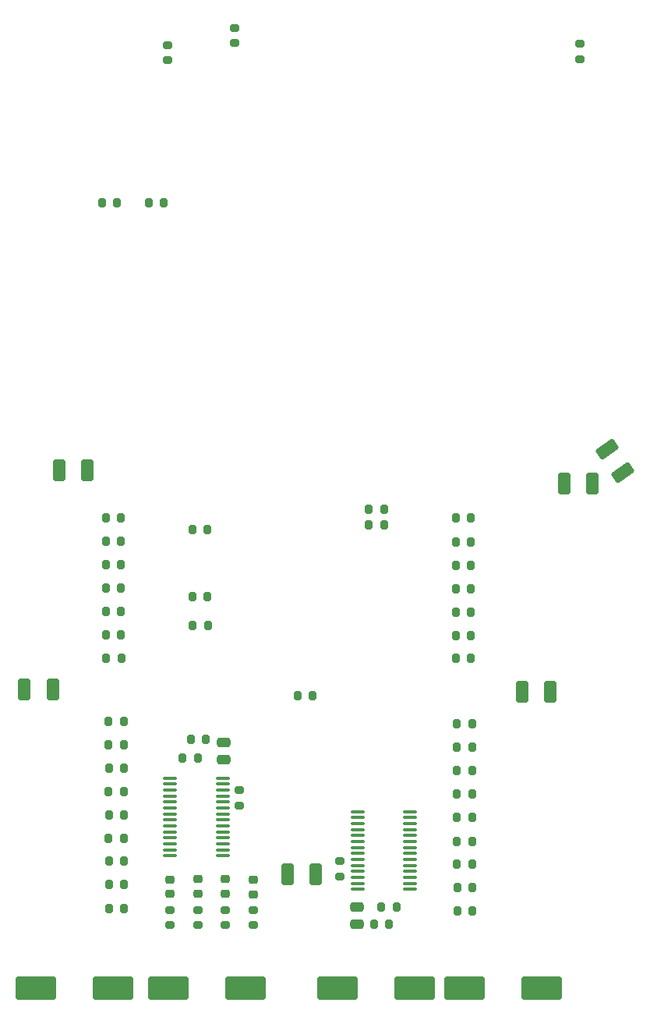
<source format=gbr>
%TF.GenerationSoftware,KiCad,Pcbnew,8.0.1*%
%TF.CreationDate,2024-08-18T09:48:25+02:00*%
%TF.ProjectId,robal_rpi_ioBoard,726f6261-6c5f-4727-9069-5f696f426f61,rev?*%
%TF.SameCoordinates,Original*%
%TF.FileFunction,Paste,Top*%
%TF.FilePolarity,Positive*%
%FSLAX46Y46*%
G04 Gerber Fmt 4.6, Leading zero omitted, Abs format (unit mm)*
G04 Created by KiCad (PCBNEW 8.0.1) date 2024-08-18 09:48:25*
%MOMM*%
%LPD*%
G01*
G04 APERTURE LIST*
G04 Aperture macros list*
%AMRoundRect*
0 Rectangle with rounded corners*
0 $1 Rounding radius*
0 $2 $3 $4 $5 $6 $7 $8 $9 X,Y pos of 4 corners*
0 Add a 4 corners polygon primitive as box body*
4,1,4,$2,$3,$4,$5,$6,$7,$8,$9,$2,$3,0*
0 Add four circle primitives for the rounded corners*
1,1,$1+$1,$2,$3*
1,1,$1+$1,$4,$5*
1,1,$1+$1,$6,$7*
1,1,$1+$1,$8,$9*
0 Add four rect primitives between the rounded corners*
20,1,$1+$1,$2,$3,$4,$5,0*
20,1,$1+$1,$4,$5,$6,$7,0*
20,1,$1+$1,$6,$7,$8,$9,0*
20,1,$1+$1,$8,$9,$2,$3,0*%
G04 Aperture macros list end*
%ADD10RoundRect,0.200000X0.200000X0.275000X-0.200000X0.275000X-0.200000X-0.275000X0.200000X-0.275000X0*%
%ADD11RoundRect,0.218750X-0.256250X0.218750X-0.256250X-0.218750X0.256250X-0.218750X0.256250X0.218750X0*%
%ADD12RoundRect,0.200000X-0.200000X-0.275000X0.200000X-0.275000X0.200000X0.275000X-0.200000X0.275000X0*%
%ADD13RoundRect,0.250000X0.412500X0.925000X-0.412500X0.925000X-0.412500X-0.925000X0.412500X-0.925000X0*%
%ADD14RoundRect,0.200000X-0.275000X0.200000X-0.275000X-0.200000X0.275000X-0.200000X0.275000X0.200000X0*%
%ADD15RoundRect,0.250000X-0.412500X-0.925000X0.412500X-0.925000X0.412500X0.925000X-0.412500X0.925000X0*%
%ADD16RoundRect,0.250000X-0.475000X0.250000X-0.475000X-0.250000X0.475000X-0.250000X0.475000X0.250000X0*%
%ADD17RoundRect,0.250000X1.950000X1.000000X-1.950000X1.000000X-1.950000X-1.000000X1.950000X-1.000000X0*%
%ADD18RoundRect,0.250000X-1.950000X-1.000000X1.950000X-1.000000X1.950000X1.000000X-1.950000X1.000000X0*%
%ADD19RoundRect,0.100000X0.637500X0.100000X-0.637500X0.100000X-0.637500X-0.100000X0.637500X-0.100000X0*%
%ADD20RoundRect,0.250000X0.475000X-0.250000X0.475000X0.250000X-0.475000X0.250000X-0.475000X-0.250000X0*%
%ADD21RoundRect,0.250000X-0.994316X-0.192658X-0.521115X-0.868458X0.994316X0.192658X0.521115X0.868458X0*%
%ADD22RoundRect,0.200000X0.275000X-0.200000X0.275000X0.200000X-0.275000X0.200000X-0.275000X-0.200000X0*%
%ADD23RoundRect,0.100000X-0.637500X-0.100000X0.637500X-0.100000X0.637500X0.100000X-0.637500X0.100000X0*%
G04 APERTURE END LIST*
D10*
%TO.C,R50*%
X48250000Y-73750000D03*
X46600000Y-73750000D03*
%TD*%
D11*
%TO.C,5V1*%
X60000000Y-147175000D03*
X60000000Y-148750000D03*
%TD*%
D12*
%TO.C,R24*%
X76924129Y-150220191D03*
X78574129Y-150220191D03*
%TD*%
%TO.C,R51*%
X75600000Y-107000000D03*
X77250000Y-107000000D03*
%TD*%
D10*
%TO.C,R14*%
X48662155Y-110466823D03*
X47012155Y-110466823D03*
%TD*%
D12*
%TO.C,R38*%
X85023592Y-120721794D03*
X86673592Y-120721794D03*
%TD*%
D10*
%TO.C,R23*%
X77769714Y-152092283D03*
X76119714Y-152092283D03*
%TD*%
D13*
%TO.C,C5*%
X45037500Y-102750000D03*
X41962500Y-102750000D03*
%TD*%
D10*
%TO.C,R15*%
X48662155Y-118086823D03*
X47012155Y-118086823D03*
%TD*%
%TO.C,R13*%
X48989539Y-147781634D03*
X47339539Y-147781634D03*
%TD*%
%TO.C,R20*%
X48662155Y-120626823D03*
X47012155Y-120626823D03*
%TD*%
%TO.C,R3*%
X57000000Y-134000000D03*
X55350000Y-134000000D03*
%TD*%
D14*
%TO.C,R28*%
X60000000Y-150500000D03*
X60000000Y-152150000D03*
%TD*%
%TO.C,R26*%
X56981717Y-150500000D03*
X56981717Y-152150000D03*
%TD*%
%TO.C,R21*%
X98500000Y-56500000D03*
X98500000Y-58150000D03*
%TD*%
D10*
%TO.C,R7*%
X48989539Y-145241634D03*
X47339539Y-145241634D03*
%TD*%
D12*
%TO.C,R39*%
X85023592Y-113101794D03*
X86673592Y-113101794D03*
%TD*%
%TO.C,R37*%
X85163592Y-132803900D03*
X86813592Y-132803900D03*
%TD*%
D10*
%TO.C,R5*%
X48947539Y-130049634D03*
X47297539Y-130049634D03*
%TD*%
D15*
%TO.C,C10*%
X96800000Y-104200000D03*
X99875000Y-104200000D03*
%TD*%
D10*
%TO.C,R12*%
X48989539Y-140209634D03*
X47339539Y-140209634D03*
%TD*%
D16*
%TO.C,C4*%
X74307123Y-150180037D03*
X74307123Y-152080037D03*
%TD*%
D17*
%TO.C,C3*%
X47800000Y-159000000D03*
X39400000Y-159000000D03*
%TD*%
D14*
%TO.C,R4*%
X54000000Y-150500000D03*
X54000000Y-152150000D03*
%TD*%
D12*
%TO.C,R32*%
X85036660Y-123220592D03*
X86686660Y-123220592D03*
%TD*%
%TO.C,R42*%
X85163592Y-130263900D03*
X86813592Y-130263900D03*
%TD*%
D10*
%TO.C,R47*%
X58075000Y-116500000D03*
X56425000Y-116500000D03*
%TD*%
%TO.C,R6*%
X48947539Y-137669634D03*
X47297539Y-137669634D03*
%TD*%
D13*
%TO.C,C2*%
X41252588Y-126566306D03*
X38177588Y-126566306D03*
%TD*%
D10*
%TO.C,R48*%
X58101411Y-119675705D03*
X56451411Y-119675705D03*
%TD*%
D12*
%TO.C,R36*%
X85163592Y-140423900D03*
X86813592Y-140423900D03*
%TD*%
D10*
%TO.C,R10*%
X48704155Y-123166823D03*
X47054155Y-123166823D03*
%TD*%
D11*
%TO.C,6V_1*%
X54000000Y-147212500D03*
X54000000Y-148787500D03*
%TD*%
D10*
%TO.C,R19*%
X48662155Y-113006823D03*
X47012155Y-113006823D03*
%TD*%
D17*
%TO.C,C11*%
X80600000Y-159000000D03*
X72200000Y-159000000D03*
%TD*%
D10*
%TO.C,R17*%
X48947539Y-142749634D03*
X47297539Y-142749634D03*
%TD*%
D18*
%TO.C,C6*%
X86000000Y-159000000D03*
X94400000Y-159000000D03*
%TD*%
D12*
%TO.C,R29*%
X85185675Y-150605891D03*
X86835675Y-150605891D03*
%TD*%
D19*
%TO.C,PCA_2*%
X80083530Y-148282528D03*
X80083530Y-147632528D03*
X80083530Y-146982528D03*
X80083530Y-146332528D03*
X80083530Y-145682528D03*
X80083530Y-145032528D03*
X80083530Y-144382528D03*
X80083530Y-143732528D03*
X80083530Y-143082528D03*
X80083530Y-142432528D03*
X80083530Y-141782528D03*
X80083530Y-141132528D03*
X80083530Y-140482528D03*
X80083530Y-139832528D03*
X74358530Y-139832528D03*
X74358530Y-140482528D03*
X74358530Y-141132528D03*
X74358530Y-141782528D03*
X74358530Y-142432528D03*
X74358530Y-143082528D03*
X74358530Y-143732528D03*
X74358530Y-144382528D03*
X74358530Y-145032528D03*
X74358530Y-145682528D03*
X74358530Y-146332528D03*
X74358530Y-146982528D03*
X74358530Y-147632528D03*
X74358530Y-148282528D03*
%TD*%
D12*
%TO.C,R31*%
X85163592Y-135343900D03*
X86813592Y-135343900D03*
%TD*%
%TO.C,R52*%
X75600000Y-108750000D03*
X77250000Y-108750000D03*
%TD*%
%TO.C,R33*%
X85023592Y-115641794D03*
X86673592Y-115641794D03*
%TD*%
D10*
%TO.C,R9*%
X48662155Y-115546823D03*
X47012155Y-115546823D03*
%TD*%
D11*
%TO.C,3.3V1*%
X57000000Y-147175000D03*
X57000000Y-148750000D03*
%TD*%
D14*
%TO.C,R25*%
X53750000Y-56600000D03*
X53750000Y-58250000D03*
%TD*%
D20*
%TO.C,C1*%
X59803551Y-134197447D03*
X59803551Y-132297447D03*
%TD*%
D12*
%TO.C,R30*%
X85163592Y-143053900D03*
X86813592Y-143053900D03*
%TD*%
D14*
%TO.C,R22*%
X72409503Y-145235815D03*
X72409503Y-146885815D03*
%TD*%
D12*
%TO.C,R49*%
X51675000Y-73750000D03*
X53325000Y-73750000D03*
%TD*%
D21*
%TO.C,C13*%
X101436252Y-100481108D03*
X103200000Y-103000000D03*
%TD*%
D12*
%TO.C,R34*%
X85038042Y-107974393D03*
X86688042Y-107974393D03*
%TD*%
D22*
%TO.C,R45*%
X61000000Y-56400000D03*
X61000000Y-54750000D03*
%TD*%
D12*
%TO.C,R2*%
X56230032Y-132000000D03*
X57880032Y-132000000D03*
%TD*%
D22*
%TO.C,R1*%
X61500000Y-139150000D03*
X61500000Y-137500000D03*
%TD*%
D18*
%TO.C,C12*%
X53800000Y-159000000D03*
X62200000Y-159000000D03*
%TD*%
D12*
%TO.C,R41*%
X85163592Y-137883900D03*
X86813592Y-137883900D03*
%TD*%
%TO.C,R43*%
X85023592Y-118181794D03*
X86673592Y-118181794D03*
%TD*%
D23*
%TO.C,PCA_1*%
X54000000Y-136200000D03*
X54000000Y-136850000D03*
X54000000Y-137500000D03*
X54000000Y-138150000D03*
X54000000Y-138800000D03*
X54000000Y-139450000D03*
X54000000Y-140100000D03*
X54000000Y-140750000D03*
X54000000Y-141400000D03*
X54000000Y-142050000D03*
X54000000Y-142700000D03*
X54000000Y-143350000D03*
X54000000Y-144000000D03*
X54000000Y-144650000D03*
X59725000Y-144650000D03*
X59725000Y-144000000D03*
X59725000Y-143350000D03*
X59725000Y-142700000D03*
X59725000Y-142050000D03*
X59725000Y-141400000D03*
X59725000Y-140750000D03*
X59725000Y-140100000D03*
X59725000Y-139450000D03*
X59725000Y-138800000D03*
X59725000Y-138150000D03*
X59725000Y-137500000D03*
X59725000Y-136850000D03*
X59725000Y-136200000D03*
%TD*%
D15*
%TO.C,C7*%
X66725000Y-146600000D03*
X69800000Y-146600000D03*
%TD*%
D11*
%TO.C,6V_2*%
X63000000Y-147250000D03*
X63000000Y-148825000D03*
%TD*%
D12*
%TO.C,R40*%
X85163592Y-145503900D03*
X86813592Y-145503900D03*
%TD*%
%TO.C,R44*%
X85023592Y-110561794D03*
X86673592Y-110561794D03*
%TD*%
D10*
%TO.C,R46*%
X58075000Y-109250000D03*
X56425000Y-109250000D03*
%TD*%
%TO.C,R53*%
X69500000Y-127250000D03*
X67850000Y-127250000D03*
%TD*%
%TO.C,R16*%
X48989539Y-135129634D03*
X47339539Y-135129634D03*
%TD*%
%TO.C,R8*%
X48662155Y-107926823D03*
X47012155Y-107926823D03*
%TD*%
%TO.C,R18*%
X48989539Y-150369634D03*
X47339539Y-150369634D03*
%TD*%
D12*
%TO.C,R35*%
X85179882Y-148048494D03*
X86829882Y-148048494D03*
%TD*%
D10*
%TO.C,R11*%
X48947539Y-132589634D03*
X47297539Y-132589634D03*
%TD*%
D15*
%TO.C,C9*%
X92212500Y-126815801D03*
X95287500Y-126815801D03*
%TD*%
D14*
%TO.C,R27*%
X63000000Y-150500000D03*
X63000000Y-152150000D03*
%TD*%
M02*

</source>
